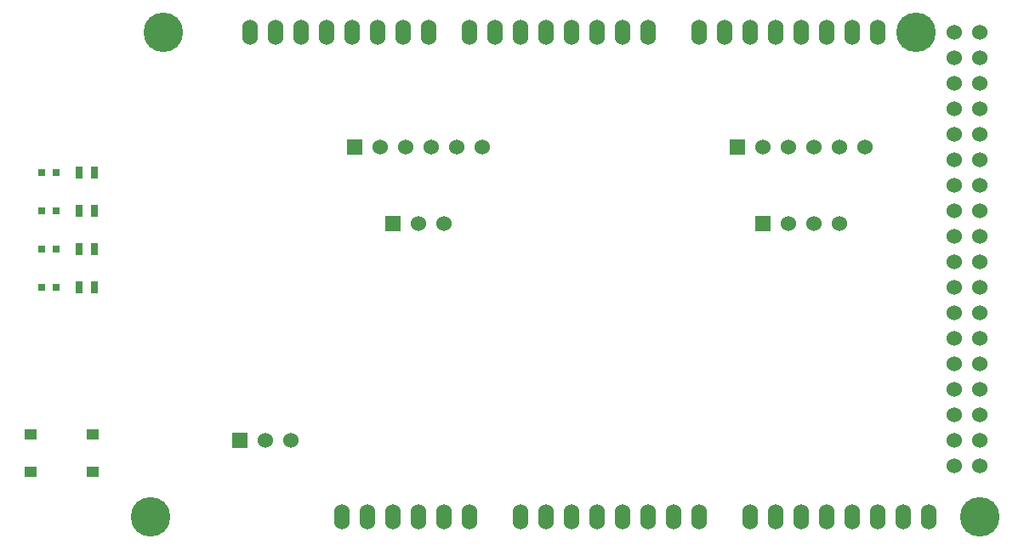
<source format=gts>
G04 (created by PCBNEW (2013-07-07 BZR 4022)-stable) date 15/2/14 1:46:04 AM*
%MOIN*%
G04 Gerber Fmt 3.4, Leading zero omitted, Abs format*
%FSLAX34Y34*%
G01*
G70*
G90*
G04 APERTURE LIST*
%ADD10C,0.00590551*%
%ADD11R,0.025X0.045*%
%ADD12R,0.06X0.06*%
%ADD13C,0.06*%
%ADD14R,0.0472X0.0394*%
%ADD15R,0.0314X0.0314*%
%ADD16O,0.06X0.1*%
%ADD17C,0.155*%
G04 APERTURE END LIST*
G54D10*
G54D11*
X52300Y-46000D03*
X51700Y-46000D03*
X52300Y-47500D03*
X51700Y-47500D03*
X52300Y-49000D03*
X51700Y-49000D03*
X52300Y-50500D03*
X51700Y-50500D03*
G54D12*
X78500Y-48000D03*
G54D13*
X79500Y-48000D03*
X80500Y-48000D03*
X81500Y-48000D03*
G54D12*
X58000Y-56500D03*
G54D13*
X59000Y-56500D03*
X60000Y-56500D03*
G54D12*
X64000Y-48000D03*
G54D13*
X65000Y-48000D03*
X66000Y-48000D03*
G54D12*
X62500Y-45000D03*
G54D13*
X63500Y-45000D03*
X64500Y-45000D03*
X65500Y-45000D03*
X66500Y-45000D03*
X67500Y-45000D03*
G54D12*
X77500Y-45000D03*
G54D13*
X78500Y-45000D03*
X79500Y-45000D03*
X80500Y-45000D03*
X81500Y-45000D03*
X82500Y-45000D03*
G54D14*
X49780Y-56272D03*
X49780Y-57728D03*
X52220Y-56272D03*
X52220Y-57728D03*
G54D15*
X50205Y-46000D03*
X50795Y-46000D03*
X50205Y-47500D03*
X50795Y-47500D03*
X50205Y-49000D03*
X50795Y-49000D03*
X50205Y-50500D03*
X50795Y-50500D03*
G54D16*
X76000Y-40500D03*
X77000Y-40500D03*
X78000Y-40500D03*
X79000Y-40500D03*
X80000Y-40500D03*
X81000Y-40500D03*
X82000Y-40500D03*
X83000Y-40500D03*
X85000Y-59500D03*
X84000Y-59500D03*
X83000Y-59500D03*
X82000Y-59500D03*
X78000Y-59500D03*
X76000Y-59500D03*
X75000Y-59500D03*
X79000Y-59500D03*
X80000Y-59500D03*
X81000Y-59500D03*
X74000Y-59500D03*
X73000Y-59500D03*
X72000Y-59500D03*
X69000Y-59500D03*
X70000Y-59500D03*
X71000Y-59500D03*
X67000Y-59500D03*
X66000Y-59500D03*
X65000Y-59500D03*
X63000Y-59500D03*
X62000Y-59500D03*
X74000Y-40500D03*
X73000Y-40500D03*
X72000Y-40500D03*
X71000Y-40500D03*
X70000Y-40500D03*
X69000Y-40500D03*
X68000Y-40500D03*
X67000Y-40500D03*
X65400Y-40500D03*
X64400Y-40500D03*
X63400Y-40500D03*
X62400Y-40500D03*
X61400Y-40500D03*
X60400Y-40500D03*
X59400Y-40500D03*
X58400Y-40500D03*
X64000Y-59500D03*
G54D17*
X87000Y-59500D03*
X84500Y-40500D03*
X55000Y-40500D03*
X54500Y-59500D03*
G54D13*
X86000Y-41500D03*
X87000Y-41500D03*
X86000Y-42500D03*
X87000Y-42500D03*
X86000Y-43500D03*
X87000Y-43500D03*
X86000Y-44500D03*
X87000Y-44500D03*
X86000Y-40500D03*
X87000Y-40500D03*
X87000Y-45500D03*
X86000Y-45500D03*
X86000Y-46500D03*
X87000Y-46500D03*
X86000Y-47500D03*
X87000Y-47500D03*
X86000Y-48500D03*
X87000Y-48500D03*
X86000Y-49500D03*
X87000Y-49500D03*
X86000Y-50500D03*
X87000Y-50500D03*
X86000Y-51500D03*
X87000Y-51500D03*
X86000Y-52500D03*
X87000Y-52500D03*
X86000Y-53500D03*
X87000Y-53500D03*
X86000Y-54500D03*
X87000Y-54500D03*
X86000Y-55500D03*
X87000Y-55500D03*
X86000Y-56500D03*
X87000Y-56500D03*
X86000Y-57500D03*
X87000Y-57500D03*
M02*

</source>
